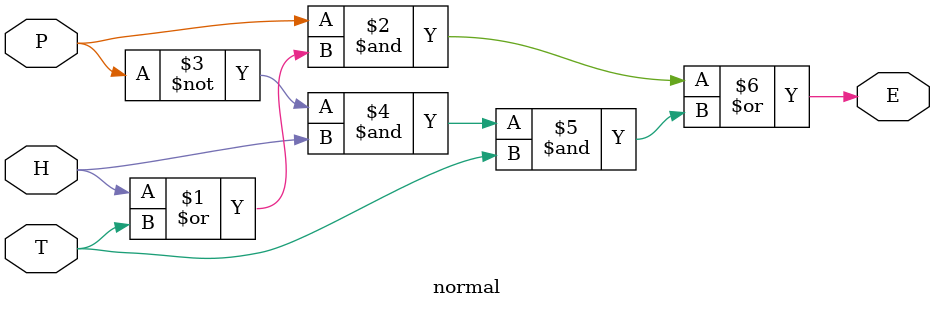
<source format=v>



// Generated by Quartus Prime Version 16.1 (Build Build 196 10/24/2016)
// Created on Thu Sep 21 12:11:44 2017

//  Module Declaration
module normal
(
// {{ALTERA_ARGS_BEGIN}} DO NOT REMOVE THIS LINE!
P, T, H, E
// {{ALTERA_ARGS_END}} DO NOT REMOVE THIS LINE!
);
// Port Declaration

// {{ALTERA_IO_BEGIN}} DO NOT REMOVE THIS LINE!
input P;
input T;
input H;
output E;
// {{ALTERA_IO_END}} DO NOT REMOVE THIS LINE!

assign E=((P&(H|T))|(~P&H&T));

endmodule

</source>
